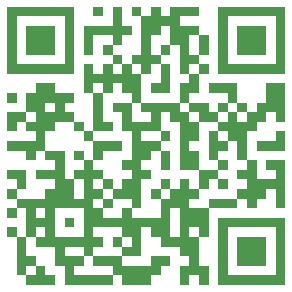
<source format=gbo>
G04 #@! TF.GenerationSoftware,KiCad,Pcbnew,9.0.2*
G04 #@! TF.CreationDate,2025-05-20T16:04:07-06:00*
G04 #@! TF.ProjectId,test_kicad,74657374-5f6b-4696-9361-642e6b696361,rev?*
G04 #@! TF.SameCoordinates,Original*
G04 #@! TF.FileFunction,Legend,Bot*
G04 #@! TF.FilePolarity,Positive*
%FSLAX46Y46*%
G04 Gerber Fmt 4.6, Leading zero omitted, Abs format (unit mm)*
G04 Created by KiCad (PCBNEW 9.0.2) date 2025-05-20 16:04:07*
%MOMM*%
%LPD*%
G01*
G04 APERTURE LIST*
%ADD10C,0.000000*%
%ADD11C,1.800000*%
%ADD12R,1.800000X1.800000*%
%ADD13C,2.000000*%
%ADD14C,1.600000*%
G04 APERTURE END LIST*
D10*
G04 #@! TO.C,G\u002A\u002A\u002A*
G36*
X120726200Y-73609200D02*
G01*
X120726200Y-74015600D01*
X120319800Y-74015600D01*
X119913400Y-74015600D01*
X119913400Y-75234800D01*
X119913400Y-76454000D01*
X120319800Y-76454000D01*
X120726200Y-76454000D01*
X120726200Y-77266800D01*
X120726200Y-78079600D01*
X120319800Y-78079600D01*
X119913400Y-78079600D01*
X119913400Y-77673200D01*
X119913400Y-77266800D01*
X119507000Y-77266800D01*
X119100600Y-77266800D01*
X119100600Y-77673200D01*
X119100600Y-78079600D01*
X118694200Y-78079600D01*
X118287800Y-78079600D01*
X118287800Y-77266800D01*
X118287800Y-76454000D01*
X118694200Y-76454000D01*
X119100600Y-76454000D01*
X119100600Y-76047600D01*
X119100600Y-75641200D01*
X118694200Y-75641200D01*
X118287800Y-75641200D01*
X118287800Y-75234800D01*
X118287800Y-74828400D01*
X117475000Y-74828400D01*
X116662200Y-74828400D01*
X116662200Y-74422000D01*
X116662200Y-74015600D01*
X117475000Y-74015600D01*
X117881400Y-74015600D01*
X118287800Y-74015600D01*
X118287800Y-73202800D01*
X119100600Y-73202800D01*
X119100600Y-73609200D01*
X119100600Y-74015600D01*
X119507000Y-74015600D01*
X119913400Y-74015600D01*
X119913400Y-73609200D01*
X119913400Y-73202800D01*
X119507000Y-73202800D01*
X119100600Y-73202800D01*
X118287800Y-73202800D01*
X118287800Y-72796400D01*
X118287800Y-71577200D01*
X117881400Y-71577200D01*
X117475000Y-71577200D01*
X117475000Y-72796400D01*
X117475000Y-74015600D01*
X116662200Y-74015600D01*
X116255800Y-74015600D01*
X115849400Y-74015600D01*
X115849400Y-73609200D01*
X115849400Y-73202800D01*
X115443000Y-73202800D01*
X115036600Y-73202800D01*
X115036600Y-74422000D01*
X115036600Y-75641200D01*
X114223800Y-75641200D01*
X113411000Y-75641200D01*
X113411000Y-75234800D01*
X113411000Y-74828400D01*
X113817400Y-74828400D01*
X114223800Y-74828400D01*
X114223800Y-74422000D01*
X114223800Y-74015600D01*
X113817400Y-74015600D01*
X113411000Y-74015600D01*
X113411000Y-73609200D01*
X113411000Y-73202800D01*
X112191800Y-73202800D01*
X110972600Y-73202800D01*
X110972600Y-73609200D01*
X110972600Y-74015600D01*
X111379000Y-74015600D01*
X111785400Y-74015600D01*
X111785400Y-74422000D01*
X111785400Y-74828400D01*
X111379000Y-74828400D01*
X110972600Y-74828400D01*
X110972600Y-75234800D01*
X110972600Y-75641200D01*
X110566200Y-75641200D01*
X110159800Y-75641200D01*
X110159800Y-75234800D01*
X110159800Y-74828400D01*
X109347000Y-74828400D01*
X108534200Y-74828400D01*
X108534200Y-75234800D01*
X108534200Y-75641200D01*
X109347000Y-75641200D01*
X110159800Y-75641200D01*
X110159800Y-76047600D01*
X110159800Y-76454000D01*
X109753400Y-76454000D01*
X109347000Y-76454000D01*
X109347000Y-76860400D01*
X109347000Y-77266800D01*
X110972600Y-77266800D01*
X112598200Y-77266800D01*
X112598200Y-76860400D01*
X112598200Y-76454000D01*
X111785400Y-76454000D01*
X110972600Y-76454000D01*
X110972600Y-76047600D01*
X110972600Y-75641200D01*
X112191800Y-75641200D01*
X113411000Y-75641200D01*
X113411000Y-76047600D01*
X113411000Y-76454000D01*
X114630200Y-76454000D01*
X115849400Y-76454000D01*
X115849400Y-76047600D01*
X115849400Y-75641200D01*
X116662200Y-75641200D01*
X117475000Y-75641200D01*
X117475000Y-76047600D01*
X117475000Y-76454000D01*
X117068600Y-76454000D01*
X116662200Y-76454000D01*
X116662200Y-76860400D01*
X116662200Y-77266800D01*
X116255800Y-77266800D01*
X115849400Y-77266800D01*
X115849400Y-77673200D01*
X115849400Y-78079600D01*
X114630200Y-78079600D01*
X113411000Y-78079600D01*
X113411000Y-77673200D01*
X113411000Y-77266800D01*
X113004600Y-77266800D01*
X112598200Y-77266800D01*
X112598200Y-77673200D01*
X112598200Y-78079600D01*
X110566200Y-78079600D01*
X108534200Y-78079600D01*
X108534200Y-77266800D01*
X108534200Y-76454000D01*
X108127800Y-76454000D01*
X107721400Y-76454000D01*
X107721400Y-75641200D01*
X107721400Y-74828400D01*
X106908600Y-74828400D01*
X106095800Y-74828400D01*
X106095800Y-74422000D01*
X106095800Y-74015600D01*
X105689400Y-74015600D01*
X105283000Y-74015600D01*
X105283000Y-74828400D01*
X105283000Y-75641200D01*
X105689400Y-75641200D01*
X106095800Y-75641200D01*
X106095800Y-76047600D01*
X106095800Y-76454000D01*
X105689400Y-76454000D01*
X105283000Y-76454000D01*
X105283000Y-76860400D01*
X105283000Y-77266800D01*
X105689400Y-77266800D01*
X106095800Y-77266800D01*
X106095800Y-76860400D01*
X106095800Y-76454000D01*
X106502200Y-76454000D01*
X106908600Y-76454000D01*
X106908600Y-76860400D01*
X106908600Y-77266800D01*
X107315000Y-77266800D01*
X107721400Y-77266800D01*
X107721400Y-77673200D01*
X107721400Y-78079600D01*
X106502200Y-78079600D01*
X105283000Y-78079600D01*
X105283000Y-77673200D01*
X105283000Y-77266800D01*
X104876600Y-77266800D01*
X104470200Y-77266800D01*
X104470200Y-75641200D01*
X104470200Y-74015600D01*
X104063800Y-74015600D01*
X103657400Y-74015600D01*
X103657400Y-73609200D01*
X103657400Y-73202800D01*
X104063800Y-73202800D01*
X104470200Y-73202800D01*
X104470200Y-73609200D01*
X104470200Y-74015600D01*
X104876600Y-74015600D01*
X105283000Y-74015600D01*
X105283000Y-73202800D01*
X106095800Y-73202800D01*
X106095800Y-73609200D01*
X106095800Y-74015600D01*
X106502200Y-74015600D01*
X106908600Y-74015600D01*
X106908600Y-73609200D01*
X106908600Y-73202800D01*
X106502200Y-73202800D01*
X106095800Y-73202800D01*
X105283000Y-73202800D01*
X105283000Y-72796400D01*
X107721400Y-72796400D01*
X107721400Y-73609200D01*
X107721400Y-74015600D01*
X108940600Y-74015600D01*
X110159800Y-74015600D01*
X110159800Y-72796400D01*
X110159800Y-71577200D01*
X108940600Y-71577200D01*
X107721400Y-71577200D01*
X107721400Y-71983600D01*
X107721400Y-72796400D01*
X105283000Y-72796400D01*
X105283000Y-71577200D01*
X106095800Y-71577200D01*
X106095800Y-71983600D01*
X106095800Y-72390000D01*
X106502200Y-72390000D01*
X106908600Y-72390000D01*
X106908600Y-71983600D01*
X106908600Y-71577200D01*
X106502200Y-71577200D01*
X106095800Y-71577200D01*
X105283000Y-71577200D01*
X104876600Y-71577200D01*
X104470200Y-71577200D01*
X104470200Y-71170800D01*
X104470200Y-70764400D01*
X104063800Y-70764400D01*
X103657400Y-70764400D01*
X103657400Y-70358000D01*
X103657400Y-69951600D01*
X104063800Y-69951600D01*
X104470200Y-69951600D01*
X104470200Y-70358000D01*
X104470200Y-70764400D01*
X105689400Y-70764400D01*
X106908600Y-70764400D01*
X106908600Y-70358000D01*
X106908600Y-69951600D01*
X107315000Y-69951600D01*
X107721400Y-69951600D01*
X109347000Y-69951600D01*
X109347000Y-70764400D01*
X109753400Y-70764400D01*
X110159800Y-70764400D01*
X110159800Y-69951600D01*
X110159800Y-69138800D01*
X109753400Y-69138800D01*
X109347000Y-69138800D01*
X109347000Y-69951600D01*
X107721400Y-69951600D01*
X107721400Y-69545200D01*
X107721400Y-69138800D01*
X106908600Y-69138800D01*
X106095800Y-69138800D01*
X106095800Y-68732400D01*
X106095800Y-68326000D01*
X106908600Y-68326000D01*
X107721400Y-68326000D01*
X107721400Y-67919600D01*
X107721400Y-67513200D01*
X107315000Y-67513200D01*
X106908600Y-67513200D01*
X106908600Y-67106800D01*
X106908600Y-66700400D01*
X107721400Y-66700400D01*
X108534200Y-66700400D01*
X108534200Y-67919600D01*
X108534200Y-69138800D01*
X108940600Y-69138800D01*
X109347000Y-69138800D01*
X109347000Y-68732400D01*
X109347000Y-68326000D01*
X109753400Y-68326000D01*
X110159800Y-68326000D01*
X110159800Y-67919600D01*
X110159800Y-67513200D01*
X110566200Y-67513200D01*
X110972600Y-67513200D01*
X110972600Y-67919600D01*
X110972600Y-68326000D01*
X111379000Y-68326000D01*
X111785400Y-68326000D01*
X111785400Y-68732400D01*
X111785400Y-69138800D01*
X111379000Y-69138800D01*
X110972600Y-69138800D01*
X110972600Y-69545200D01*
X110972600Y-69951600D01*
X111379000Y-69951600D01*
X111785400Y-69951600D01*
X111785400Y-70358000D01*
X111785400Y-70764400D01*
X111379000Y-70764400D01*
X110972600Y-70764400D01*
X110972600Y-71170800D01*
X110972600Y-71577200D01*
X111379000Y-71577200D01*
X111785400Y-71577200D01*
X111785400Y-71983600D01*
X111785400Y-72390000D01*
X112598200Y-72390000D01*
X113411000Y-72390000D01*
X113411000Y-71983600D01*
X113411000Y-71577200D01*
X113817400Y-71577200D01*
X114223800Y-71577200D01*
X114223800Y-71983600D01*
X114223800Y-72390000D01*
X115443000Y-72390000D01*
X116662200Y-72390000D01*
X116662200Y-71577200D01*
X116662200Y-70764400D01*
X117068600Y-70764400D01*
X117475000Y-70764400D01*
X117475000Y-70358000D01*
X117475000Y-69951600D01*
X117881400Y-69951600D01*
X118287800Y-69951600D01*
X118287800Y-69545200D01*
X118287800Y-69138800D01*
X118694200Y-69138800D01*
X119100600Y-69138800D01*
X119100600Y-69545200D01*
X119100600Y-69951600D01*
X119507000Y-69951600D01*
X119913400Y-69951600D01*
X119913400Y-70358000D01*
X119913400Y-70764400D01*
X119507000Y-70764400D01*
X119100600Y-70764400D01*
X119100600Y-71170800D01*
X119100600Y-71577200D01*
X119913400Y-71577200D01*
X120726200Y-71577200D01*
X120726200Y-71170800D01*
X120726200Y-70764400D01*
X121945400Y-70764400D01*
X123164600Y-70764400D01*
X123164600Y-71170800D01*
X123164600Y-71577200D01*
X121945400Y-71577200D01*
X120726200Y-71577200D01*
X120726200Y-72796400D01*
X120726200Y-73609200D01*
G37*
G36*
X108534200Y-63449200D02*
G01*
X108940600Y-63449200D01*
X109347000Y-63449200D01*
X109347000Y-63855600D01*
X109347000Y-64262000D01*
X108534200Y-64262000D01*
X107721400Y-64262000D01*
X107721400Y-64668400D01*
X107721400Y-65074800D01*
X107315000Y-65074800D01*
X106908600Y-65074800D01*
X106908600Y-65887600D01*
X106908600Y-66700400D01*
X106502200Y-66700400D01*
X106095800Y-66700400D01*
X106095800Y-67106800D01*
X106095800Y-67513200D01*
X105689400Y-67513200D01*
X105283000Y-67513200D01*
X105283000Y-67106800D01*
X105283000Y-66700400D01*
X104470200Y-66700400D01*
X103657400Y-66700400D01*
X103657400Y-66294000D01*
X103657400Y-65887600D01*
X104876600Y-65887600D01*
X106095800Y-65887600D01*
X106095800Y-65481200D01*
X106095800Y-65074800D01*
X105689400Y-65074800D01*
X105283000Y-65074800D01*
X105283000Y-64668400D01*
X105283000Y-64262000D01*
X104876600Y-64262000D01*
X104470200Y-64262000D01*
X104470200Y-64668400D01*
X104470200Y-65074800D01*
X104063800Y-65074800D01*
X103657400Y-65074800D01*
X103657400Y-64262000D01*
X103657400Y-63449200D01*
X104470200Y-63449200D01*
X105283000Y-63449200D01*
X105283000Y-63855600D01*
X105283000Y-64262000D01*
X105689400Y-64262000D01*
X106095800Y-64262000D01*
X106095800Y-63855600D01*
X106095800Y-63449200D01*
X105689400Y-63449200D01*
X105283000Y-63449200D01*
X105283000Y-62636400D01*
X106908600Y-62636400D01*
X106908600Y-63042800D01*
X106908600Y-63449200D01*
X107315000Y-63449200D01*
X107721400Y-63449200D01*
X107721400Y-63042800D01*
X107721400Y-62636400D01*
X107315000Y-62636400D01*
X106908600Y-62636400D01*
X105283000Y-62636400D01*
X105283000Y-61823600D01*
X105689400Y-61823600D01*
X106095800Y-61823600D01*
X106095800Y-61417200D01*
X106095800Y-61010800D01*
X106908600Y-61010800D01*
X107721400Y-61010800D01*
X107721400Y-61417200D01*
X107721400Y-61823600D01*
X108534200Y-61823600D01*
X109347000Y-61823600D01*
X109347000Y-62230000D01*
X109347000Y-62636400D01*
X108940600Y-62636400D01*
X108534200Y-62636400D01*
X108534200Y-63042800D01*
X108534200Y-63449200D01*
G37*
G36*
X111379000Y-61823600D02*
G01*
X111785400Y-61823600D01*
X111785400Y-63042800D01*
X111785400Y-64262000D01*
X112191800Y-64262000D01*
X112598200Y-64262000D01*
X112598200Y-64668400D01*
X112598200Y-65074800D01*
X111785400Y-65074800D01*
X110972600Y-65074800D01*
X110972600Y-65481200D01*
X110972600Y-65887600D01*
X110566200Y-65887600D01*
X110159800Y-65887600D01*
X110159800Y-65481200D01*
X110159800Y-65074800D01*
X109753400Y-65074800D01*
X109347000Y-65074800D01*
X109347000Y-64668400D01*
X109347000Y-64262000D01*
X109753400Y-64262000D01*
X110159800Y-64262000D01*
X110159800Y-64668400D01*
X110159800Y-65074800D01*
X110566200Y-65074800D01*
X110972600Y-65074800D01*
X110972600Y-63449200D01*
X110972600Y-61823600D01*
X111379000Y-61823600D01*
G37*
G36*
X115036600Y-54914800D02*
G01*
X115036600Y-55321200D01*
X115443000Y-55321200D01*
X115849400Y-55321200D01*
X115849400Y-54914800D01*
X115849400Y-54508400D01*
X116255800Y-54508400D01*
X116662200Y-54508400D01*
X116662200Y-54914800D01*
X116662200Y-55321200D01*
X117068600Y-55321200D01*
X117475000Y-55321200D01*
X117475000Y-54914800D01*
X117475000Y-54508400D01*
X118694200Y-54508400D01*
X119913400Y-54508400D01*
X119913400Y-54914800D01*
X119913400Y-55321200D01*
X119100600Y-55321200D01*
X118287800Y-55321200D01*
X118287800Y-55727600D01*
X118287800Y-56134000D01*
X119100600Y-56134000D01*
X119913400Y-56134000D01*
X119913400Y-56540400D01*
X119913400Y-56946800D01*
X119507000Y-56946800D01*
X119100600Y-56946800D01*
X119100600Y-57759600D01*
X119100600Y-58572400D01*
X119507000Y-58572400D01*
X119913400Y-58572400D01*
X119913400Y-57759600D01*
X119913400Y-56946800D01*
X120319800Y-56946800D01*
X120726200Y-56946800D01*
X120726200Y-57759600D01*
X120726200Y-58572400D01*
X120319800Y-58572400D01*
X119913400Y-58572400D01*
X119913400Y-58978800D01*
X119913400Y-59385200D01*
X119507000Y-59385200D01*
X119100600Y-59385200D01*
X119100600Y-59791600D01*
X119100600Y-60198000D01*
X118694200Y-60198000D01*
X118287800Y-60198000D01*
X118287800Y-58978800D01*
X118287800Y-57759600D01*
X117881400Y-57759600D01*
X117475000Y-57759600D01*
X117475000Y-56946800D01*
X117475000Y-56134000D01*
X117068600Y-56134000D01*
X116662200Y-56134000D01*
X116662200Y-56540400D01*
X116662200Y-56946800D01*
X116255800Y-56946800D01*
X115849400Y-56946800D01*
X115849400Y-57759600D01*
X115849400Y-58572400D01*
X116255800Y-58572400D01*
X116662200Y-58572400D01*
X116662200Y-58978800D01*
X116662200Y-59385200D01*
X116255800Y-59385200D01*
X115849400Y-59385200D01*
X115849400Y-59791600D01*
X115849400Y-60198000D01*
X115443000Y-60198000D01*
X115036600Y-60198000D01*
X115036600Y-59791600D01*
X115036600Y-59385200D01*
X114630200Y-59385200D01*
X114223800Y-59385200D01*
X114223800Y-59791600D01*
X114223800Y-60198000D01*
X114630200Y-60198000D01*
X115036600Y-60198000D01*
X115036600Y-61417200D01*
X115036600Y-62636400D01*
X114630200Y-62636400D01*
X114223800Y-62636400D01*
X114223800Y-62230000D01*
X114223800Y-61823600D01*
X113817400Y-61823600D01*
X113411000Y-61823600D01*
X113411000Y-61417200D01*
X113411000Y-61010800D01*
X113004600Y-61010800D01*
X112598200Y-61010800D01*
X112598200Y-61417200D01*
X112598200Y-61823600D01*
X112191800Y-61823600D01*
X111785400Y-61823600D01*
X111785400Y-61417200D01*
X111785400Y-61010800D01*
X111379000Y-61010800D01*
X110972600Y-61010800D01*
X110972600Y-61417200D01*
X110972600Y-61823600D01*
X110566200Y-61823600D01*
X110159800Y-61823600D01*
X110159800Y-60604400D01*
X110159800Y-59385200D01*
X110566200Y-59385200D01*
X110972600Y-59385200D01*
X110972600Y-59791600D01*
X110972600Y-60198000D01*
X111379000Y-60198000D01*
X111785400Y-60198000D01*
X111785400Y-59791600D01*
X111785400Y-59385200D01*
X112191800Y-59385200D01*
X112598200Y-59385200D01*
X112598200Y-59791600D01*
X112598200Y-60198000D01*
X113004600Y-60198000D01*
X113411000Y-60198000D01*
X113411000Y-59791600D01*
X113411000Y-59385200D01*
X113004600Y-59385200D01*
X112598200Y-59385200D01*
X112598200Y-58978800D01*
X112598200Y-58572400D01*
X113004600Y-58572400D01*
X113411000Y-58572400D01*
X113411000Y-58978800D01*
X113411000Y-59385200D01*
X113817400Y-59385200D01*
X114223800Y-59385200D01*
X114223800Y-58978800D01*
X114223800Y-58572400D01*
X114630200Y-58572400D01*
X115036600Y-58572400D01*
X115036600Y-56946800D01*
X115036600Y-55321200D01*
X114630200Y-55321200D01*
X114223800Y-55321200D01*
X114223800Y-54914800D01*
X114223800Y-54508400D01*
X114630200Y-54508400D01*
X115036600Y-54508400D01*
X115036600Y-54914800D01*
G37*
G36*
X120319800Y-59385200D02*
G01*
X120726200Y-59385200D01*
X120726200Y-59791600D01*
X120726200Y-60198000D01*
X120319800Y-60198000D01*
X119913400Y-60198000D01*
X119913400Y-59791600D01*
X119913400Y-59385200D01*
X120319800Y-59385200D01*
G37*
G36*
X112598200Y-58166000D02*
G01*
X112598200Y-58572400D01*
X112191800Y-58572400D01*
X111785400Y-58572400D01*
X111785400Y-58166000D01*
X111785400Y-57759600D01*
X112191800Y-57759600D01*
X112598200Y-57759600D01*
X112598200Y-58166000D01*
G37*
G36*
X114223800Y-63449200D02*
G01*
X114223800Y-64262000D01*
X115036600Y-64262000D01*
X115849400Y-64262000D01*
X115849400Y-63855600D01*
X115849400Y-63449200D01*
X115443000Y-63449200D01*
X115036600Y-63449200D01*
X115036600Y-63042800D01*
X115036600Y-62636400D01*
X116662200Y-62636400D01*
X118287800Y-62636400D01*
X118287800Y-63042800D01*
X118287800Y-63449200D01*
X118694200Y-63449200D01*
X119100600Y-63449200D01*
X119100600Y-63855600D01*
X119100600Y-64262000D01*
X119507000Y-64262000D01*
X119913400Y-64262000D01*
X119913400Y-65074800D01*
X119913400Y-65887600D01*
X119507000Y-65887600D01*
X119100600Y-65887600D01*
X119100600Y-66294000D01*
X119100600Y-66700400D01*
X119507000Y-66700400D01*
X119913400Y-66700400D01*
X119913400Y-67513200D01*
X119913400Y-68326000D01*
X120726200Y-68326000D01*
X121539000Y-68326000D01*
X121539000Y-67919600D01*
X121539000Y-67513200D01*
X121945400Y-67513200D01*
X122351800Y-67513200D01*
X122351800Y-67919600D01*
X122351800Y-68326000D01*
X121945400Y-68326000D01*
X121539000Y-68326000D01*
X121539000Y-68732400D01*
X121539000Y-69138800D01*
X121132600Y-69138800D01*
X120726200Y-69138800D01*
X120726200Y-69545200D01*
X120726200Y-69951600D01*
X120319800Y-69951600D01*
X119913400Y-69951600D01*
X119913400Y-69138800D01*
X119913400Y-68326000D01*
X119100600Y-68326000D01*
X118287800Y-68326000D01*
X118287800Y-66294000D01*
X118287800Y-64262000D01*
X117881400Y-64262000D01*
X117475000Y-64262000D01*
X117475000Y-63855600D01*
X117475000Y-63449200D01*
X117068600Y-63449200D01*
X116662200Y-63449200D01*
X116662200Y-64262000D01*
X116662200Y-65074800D01*
X115849400Y-65074800D01*
X115036600Y-65074800D01*
X115036600Y-65481200D01*
X115036600Y-65887600D01*
X115849400Y-65887600D01*
X116662200Y-65887600D01*
X116662200Y-65481200D01*
X116662200Y-65074800D01*
X117068600Y-65074800D01*
X117475000Y-65074800D01*
X117475000Y-65481200D01*
X117475000Y-65887600D01*
X117068600Y-65887600D01*
X116662200Y-65887600D01*
X116662200Y-66294000D01*
X116662200Y-66700400D01*
X116255800Y-66700400D01*
X115849400Y-66700400D01*
X115849400Y-67106800D01*
X115849400Y-67513200D01*
X115443000Y-67513200D01*
X115036600Y-67513200D01*
X115036600Y-67919600D01*
X115036600Y-68326000D01*
X115443000Y-68326000D01*
X115849400Y-68326000D01*
X115849400Y-68732400D01*
X115849400Y-69138800D01*
X115443000Y-69138800D01*
X115036600Y-69138800D01*
X115036600Y-70358000D01*
X115036600Y-71577200D01*
X114630200Y-71577200D01*
X114223800Y-71577200D01*
X114223800Y-71170800D01*
X114223800Y-70764400D01*
X113411000Y-70764400D01*
X112598200Y-70764400D01*
X112598200Y-70358000D01*
X112598200Y-69951600D01*
X112191800Y-69951600D01*
X111785400Y-69951600D01*
X111785400Y-69545200D01*
X111785400Y-69138800D01*
X112191800Y-69138800D01*
X112598200Y-69138800D01*
X112598200Y-69545200D01*
X112598200Y-69951600D01*
X113004600Y-69951600D01*
X113411000Y-69951600D01*
X113411000Y-69545200D01*
X113411000Y-69138800D01*
X113817400Y-69138800D01*
X114223800Y-69138800D01*
X114223800Y-68732400D01*
X114223800Y-68326000D01*
X113817400Y-68326000D01*
X113411000Y-68326000D01*
X113411000Y-67919600D01*
X113411000Y-67513200D01*
X113817400Y-67513200D01*
X114223800Y-67513200D01*
X114223800Y-66294000D01*
X114223800Y-65074800D01*
X113817400Y-65074800D01*
X113411000Y-65074800D01*
X113411000Y-64262000D01*
X113411000Y-63449200D01*
X113004600Y-63449200D01*
X112598200Y-63449200D01*
X112598200Y-63042800D01*
X112598200Y-62636400D01*
X113411000Y-62636400D01*
X114223800Y-62636400D01*
X114223800Y-63449200D01*
G37*
G36*
X121945400Y-69138800D02*
G01*
X122351800Y-69138800D01*
X122351800Y-69545200D01*
X122351800Y-69951600D01*
X121945400Y-69951600D01*
X121539000Y-69951600D01*
X121539000Y-69545200D01*
X121539000Y-69138800D01*
X121945400Y-69138800D01*
G37*
G36*
X117068600Y-66700400D02*
G01*
X117475000Y-66700400D01*
X117475000Y-67513200D01*
X117475000Y-68326000D01*
X117068600Y-68326000D01*
X116662200Y-68326000D01*
X116662200Y-67513200D01*
X116662200Y-66700400D01*
X117068600Y-66700400D01*
G37*
G36*
X121539000Y-65481200D02*
G01*
X121539000Y-65887600D01*
X121945400Y-65887600D01*
X122351800Y-65887600D01*
X122351800Y-66294000D01*
X122351800Y-66700400D01*
X121945400Y-66700400D01*
X121539000Y-66700400D01*
X121539000Y-67106800D01*
X121539000Y-67513200D01*
X121132600Y-67513200D01*
X120726200Y-67513200D01*
X120726200Y-66294000D01*
X120726200Y-65074800D01*
X121132600Y-65074800D01*
X121539000Y-65074800D01*
X121539000Y-65481200D01*
G37*
G36*
X124383800Y-67513200D02*
G01*
X124790200Y-67513200D01*
X124790200Y-68326000D01*
X124790200Y-69138800D01*
X125603000Y-69138800D01*
X126415800Y-69138800D01*
X126415800Y-68732400D01*
X126415800Y-68326000D01*
X126009400Y-68326000D01*
X125603000Y-68326000D01*
X125603000Y-67919600D01*
X125603000Y-67513200D01*
X126415800Y-67513200D01*
X127228600Y-67513200D01*
X127228600Y-69545200D01*
X127228600Y-71577200D01*
X126822200Y-71577200D01*
X126415800Y-71577200D01*
X126415800Y-70764400D01*
X126415800Y-69951600D01*
X126009400Y-69951600D01*
X125603000Y-69951600D01*
X125603000Y-70358000D01*
X125603000Y-70764400D01*
X125196600Y-70764400D01*
X124790200Y-70764400D01*
X124790200Y-71170800D01*
X124790200Y-71577200D01*
X124383800Y-71577200D01*
X123977400Y-71577200D01*
X123977400Y-71170800D01*
X123977400Y-70764400D01*
X123571000Y-70764400D01*
X123164600Y-70764400D01*
X123164600Y-70358000D01*
X123164600Y-69951600D01*
X123571000Y-69951600D01*
X123977400Y-69951600D01*
X123977400Y-69545200D01*
X123977400Y-69138800D01*
X123571000Y-69138800D01*
X123164600Y-69138800D01*
X123164600Y-68732400D01*
X123164600Y-68326000D01*
X123571000Y-68326000D01*
X123977400Y-68326000D01*
X123977400Y-67919600D01*
X123977400Y-67513200D01*
X124383800Y-67513200D01*
G37*
G36*
X127228600Y-62636400D02*
G01*
X127228600Y-64262000D01*
X126822200Y-64262000D01*
X126415800Y-64262000D01*
X126415800Y-63855600D01*
X126415800Y-63449200D01*
X126009400Y-63449200D01*
X125603000Y-63449200D01*
X125603000Y-63855600D01*
X125603000Y-64262000D01*
X125196600Y-64262000D01*
X124790200Y-64262000D01*
X124790200Y-64668400D01*
X124790200Y-65074800D01*
X124383800Y-65074800D01*
X123977400Y-65074800D01*
X123977400Y-66294000D01*
X123977400Y-67513200D01*
X123571000Y-67513200D01*
X123164600Y-67513200D01*
X123164600Y-66700400D01*
X123164600Y-65887600D01*
X122758200Y-65887600D01*
X122351800Y-65887600D01*
X122351800Y-65481200D01*
X122351800Y-65074800D01*
X121945400Y-65074800D01*
X121539000Y-65074800D01*
X121539000Y-64668400D01*
X121539000Y-64262000D01*
X121945400Y-64262000D01*
X122351800Y-64262000D01*
X122351800Y-63855600D01*
X123164600Y-63855600D01*
X123164600Y-64262000D01*
X123571000Y-64262000D01*
X123977400Y-64262000D01*
X123977400Y-63855600D01*
X123977400Y-63449200D01*
X123571000Y-63449200D01*
X123164600Y-63449200D01*
X123164600Y-63855600D01*
X122351800Y-63855600D01*
X122351800Y-63449200D01*
X122758200Y-63449200D01*
X123164600Y-63449200D01*
X123164600Y-63042800D01*
X123164600Y-62636400D01*
X123571000Y-62636400D01*
X123977400Y-62636400D01*
X123977400Y-63042800D01*
X123977400Y-63449200D01*
X124383800Y-63449200D01*
X124790200Y-63449200D01*
X124790200Y-63042800D01*
X124790200Y-62636400D01*
X125196600Y-62636400D01*
X125603000Y-62636400D01*
X125603000Y-61823600D01*
X125603000Y-61010800D01*
X126415800Y-61010800D01*
X127228600Y-61010800D01*
X127228600Y-62636400D01*
G37*
G36*
X119913400Y-62636400D02*
G01*
X120726200Y-62636400D01*
X120726200Y-63042800D01*
X120726200Y-63449200D01*
X121132600Y-63449200D01*
X121539000Y-63449200D01*
X121539000Y-63042800D01*
X121539000Y-62636400D01*
X121945400Y-62636400D01*
X122351800Y-62636400D01*
X122351800Y-63042800D01*
X122351800Y-63449200D01*
X121945400Y-63449200D01*
X121539000Y-63449200D01*
X121539000Y-63855600D01*
X121539000Y-64262000D01*
X120726200Y-64262000D01*
X119913400Y-64262000D01*
X119913400Y-63855600D01*
X119913400Y-63449200D01*
X119507000Y-63449200D01*
X119100600Y-63449200D01*
X119100600Y-63042800D01*
X119100600Y-62636400D01*
X119913400Y-62636400D01*
G37*
G36*
X123164600Y-61823600D02*
G01*
X123164600Y-62636400D01*
X122758200Y-62636400D01*
X122351800Y-62636400D01*
X122351800Y-62230000D01*
X122351800Y-61823600D01*
X121539000Y-61823600D01*
X120726200Y-61823600D01*
X120726200Y-61417200D01*
X120726200Y-61010800D01*
X121945400Y-61010800D01*
X123164600Y-61010800D01*
X123164600Y-61823600D01*
G37*
G36*
X119913400Y-61010800D02*
G01*
X119913400Y-61823600D01*
X119507000Y-61823600D01*
X119100600Y-61823600D01*
X119100600Y-62230000D01*
X119100600Y-62636400D01*
X118694200Y-62636400D01*
X118287800Y-62636400D01*
X118287800Y-61823600D01*
X118287800Y-61010800D01*
X118694200Y-61010800D01*
X119100600Y-61010800D01*
X119100600Y-60604400D01*
X119100600Y-60198000D01*
X119507000Y-60198000D01*
X119913400Y-60198000D01*
X119913400Y-61010800D01*
G37*
G36*
X113411000Y-55321200D02*
G01*
X113411000Y-56134000D01*
X113817400Y-56134000D01*
X114223800Y-56134000D01*
X114223800Y-56540400D01*
X114223800Y-56946800D01*
X113817400Y-56946800D01*
X113411000Y-56946800D01*
X113411000Y-57353200D01*
X113411000Y-57759600D01*
X113004600Y-57759600D01*
X112598200Y-57759600D01*
X112598200Y-57353200D01*
X112598200Y-56946800D01*
X111785400Y-56946800D01*
X110972600Y-56946800D01*
X110972600Y-57759600D01*
X110972600Y-58572400D01*
X110566200Y-58572400D01*
X110159800Y-58572400D01*
X110159800Y-57353200D01*
X110159800Y-56134000D01*
X111379000Y-56134000D01*
X112598200Y-56134000D01*
X112598200Y-55321200D01*
X112598200Y-54508400D01*
X113004600Y-54508400D01*
X113411000Y-54508400D01*
X113411000Y-55321200D01*
G37*
G36*
X127228600Y-78079600D02*
G01*
X124383800Y-78079600D01*
X121539000Y-78079600D01*
X121539000Y-75234800D01*
X121539000Y-73202800D01*
X122351800Y-73202800D01*
X122351800Y-75234800D01*
X122351800Y-77266800D01*
X124383800Y-77266800D01*
X126415800Y-77266800D01*
X126415800Y-75234800D01*
X126415800Y-73202800D01*
X124383800Y-73202800D01*
X122351800Y-73202800D01*
X121539000Y-73202800D01*
X121539000Y-72390000D01*
X124383800Y-72390000D01*
X127228600Y-72390000D01*
X127228600Y-75234800D01*
X127228600Y-78079600D01*
G37*
G36*
X127228600Y-60198000D02*
G01*
X124383800Y-60198000D01*
X121539000Y-60198000D01*
X121539000Y-57353200D01*
X121539000Y-55321200D01*
X122351800Y-55321200D01*
X122351800Y-57353200D01*
X122351800Y-59385200D01*
X124383800Y-59385200D01*
X126415800Y-59385200D01*
X126415800Y-57353200D01*
X126415800Y-55321200D01*
X124383800Y-55321200D01*
X122351800Y-55321200D01*
X121539000Y-55321200D01*
X121539000Y-54508400D01*
X124383800Y-54508400D01*
X127228600Y-54508400D01*
X127228600Y-57353200D01*
X127228600Y-60198000D01*
G37*
G36*
X109347000Y-60198000D02*
G01*
X106502200Y-60198000D01*
X103657400Y-60198000D01*
X103657400Y-57353200D01*
X103657400Y-55321200D01*
X104470200Y-55321200D01*
X104470200Y-57353200D01*
X104470200Y-59385200D01*
X106502200Y-59385200D01*
X108534200Y-59385200D01*
X108534200Y-57353200D01*
X108534200Y-55321200D01*
X106502200Y-55321200D01*
X104470200Y-55321200D01*
X103657400Y-55321200D01*
X103657400Y-54508400D01*
X106502200Y-54508400D01*
X109347000Y-54508400D01*
X109347000Y-57353200D01*
X109347000Y-60198000D01*
G37*
G36*
X127228600Y-65887600D02*
G01*
X127228600Y-66700400D01*
X126009400Y-66700400D01*
X124790200Y-66700400D01*
X124790200Y-66294000D01*
X124790200Y-65887600D01*
X125603000Y-65887600D01*
X126415800Y-65887600D01*
X126415800Y-65481200D01*
X126415800Y-65074800D01*
X126822200Y-65074800D01*
X127228600Y-65074800D01*
X127228600Y-65887600D01*
G37*
G36*
X117475000Y-60604400D02*
G01*
X117475000Y-61823600D01*
X116662200Y-61823600D01*
X115849400Y-61823600D01*
X115849400Y-61417200D01*
X115849400Y-61010800D01*
X116255800Y-61010800D01*
X116662200Y-61010800D01*
X116662200Y-60198000D01*
X116662200Y-59385200D01*
X117068600Y-59385200D01*
X117475000Y-59385200D01*
X117475000Y-60604400D01*
G37*
G36*
X113411000Y-66294000D02*
G01*
X113411000Y-66700400D01*
X112598200Y-66700400D01*
X111785400Y-66700400D01*
X111785400Y-67106800D01*
X111785400Y-67513200D01*
X111379000Y-67513200D01*
X110972600Y-67513200D01*
X110972600Y-66700400D01*
X110972600Y-65887600D01*
X112191800Y-65887600D01*
X113411000Y-65887600D01*
X113411000Y-66294000D01*
G37*
G36*
X105283000Y-69138800D02*
G01*
X105283000Y-69951600D01*
X104876600Y-69951600D01*
X104470200Y-69951600D01*
X104470200Y-69545200D01*
X104470200Y-69138800D01*
X104063800Y-69138800D01*
X103657400Y-69138800D01*
X103657400Y-68732400D01*
X103657400Y-68326000D01*
X104470200Y-68326000D01*
X105283000Y-68326000D01*
X105283000Y-69138800D01*
G37*
G36*
X125603000Y-75234800D02*
G01*
X125603000Y-76454000D01*
X124383800Y-76454000D01*
X123164600Y-76454000D01*
X123164600Y-75234800D01*
X123164600Y-74015600D01*
X124383800Y-74015600D01*
X125603000Y-74015600D01*
X125603000Y-75234800D01*
G37*
G36*
X125603000Y-57353200D02*
G01*
X125603000Y-58572400D01*
X124383800Y-58572400D01*
X123164600Y-58572400D01*
X123164600Y-57353200D01*
X123164600Y-56134000D01*
X124383800Y-56134000D01*
X125603000Y-56134000D01*
X125603000Y-57353200D01*
G37*
G36*
X117475000Y-69545200D02*
G01*
X117475000Y-69951600D01*
X117068600Y-69951600D01*
X116662200Y-69951600D01*
X116662200Y-69545200D01*
X116662200Y-69138800D01*
X117068600Y-69138800D01*
X117475000Y-69138800D01*
X117475000Y-69545200D01*
G37*
G36*
X117475000Y-58166000D02*
G01*
X117475000Y-58572400D01*
X117068600Y-58572400D01*
X116662200Y-58572400D01*
X116662200Y-58166000D01*
X116662200Y-57759600D01*
X117068600Y-57759600D01*
X117475000Y-57759600D01*
X117475000Y-58166000D01*
G37*
G36*
X116662200Y-70358000D02*
G01*
X116662200Y-70764400D01*
X116255800Y-70764400D01*
X115849400Y-70764400D01*
X115849400Y-70358000D01*
X115849400Y-69951600D01*
X116255800Y-69951600D01*
X116662200Y-69951600D01*
X116662200Y-70358000D01*
G37*
G36*
X113411000Y-74422000D02*
G01*
X113411000Y-74828400D01*
X113004600Y-74828400D01*
X112598200Y-74828400D01*
X112598200Y-74422000D01*
X112598200Y-74015600D01*
X113004600Y-74015600D01*
X113411000Y-74015600D01*
X113411000Y-74422000D01*
G37*
G36*
X112598200Y-71170800D02*
G01*
X112598200Y-71577200D01*
X112191800Y-71577200D01*
X111785400Y-71577200D01*
X111785400Y-71170800D01*
X111785400Y-70764400D01*
X112191800Y-70764400D01*
X112598200Y-70764400D01*
X112598200Y-71170800D01*
G37*
G36*
X111785400Y-54914800D02*
G01*
X111785400Y-55321200D01*
X111379000Y-55321200D01*
X110972600Y-55321200D01*
X110972600Y-54914800D01*
X110972600Y-54508400D01*
X111379000Y-54508400D01*
X111785400Y-54508400D01*
X111785400Y-54914800D01*
G37*
G36*
X110159800Y-67106800D02*
G01*
X110159800Y-67513200D01*
X109753400Y-67513200D01*
X109347000Y-67513200D01*
X109347000Y-67106800D01*
X109347000Y-66700400D01*
X109753400Y-66700400D01*
X110159800Y-66700400D01*
X110159800Y-67106800D01*
G37*
G36*
X109347000Y-72796400D02*
G01*
X109347000Y-73202800D01*
X108940600Y-73202800D01*
X108534200Y-73202800D01*
X108534200Y-72796400D01*
X108534200Y-72390000D01*
X108940600Y-72390000D01*
X109347000Y-72390000D01*
X109347000Y-72796400D01*
G37*
G36*
X107721400Y-57353200D02*
G01*
X107721400Y-58572400D01*
X106502200Y-58572400D01*
X105283000Y-58572400D01*
X105283000Y-57353200D01*
X105283000Y-56134000D01*
X106502200Y-56134000D01*
X107721400Y-56134000D01*
X107721400Y-57353200D01*
G37*
G36*
X104470200Y-71983600D02*
G01*
X104470200Y-72390000D01*
X104063800Y-72390000D01*
X103657400Y-72390000D01*
X103657400Y-71983600D01*
X103657400Y-71577200D01*
X104063800Y-71577200D01*
X104470200Y-71577200D01*
X104470200Y-71983600D01*
G37*
G36*
X104470200Y-62230000D02*
G01*
X104470200Y-62636400D01*
X104063800Y-62636400D01*
X103657400Y-62636400D01*
X103657400Y-62230000D01*
X103657400Y-61823600D01*
X104063800Y-61823600D01*
X104470200Y-61823600D01*
X104470200Y-62230000D01*
G37*
G04 #@! TD*
%LPC*%
D11*
G04 #@! TO.C,D1*
X157800000Y-54800000D03*
D12*
X157800000Y-57340000D03*
G04 #@! TD*
D13*
G04 #@! TO.C,SW3*
X133000000Y-83500000D03*
X133000000Y-77000000D03*
X137500000Y-83500000D03*
X137500000Y-77000000D03*
G04 #@! TD*
D14*
G04 #@! TO.C,R3*
X149860000Y-81280000D03*
X142240000Y-81280000D03*
G04 #@! TD*
D13*
G04 #@! TO.C,SW2*
X133000000Y-72000000D03*
X133000000Y-65500000D03*
X137500000Y-72000000D03*
X137500000Y-65500000D03*
G04 #@! TD*
D14*
G04 #@! TO.C,R1*
X151000000Y-56000000D03*
X143380000Y-56000000D03*
G04 #@! TD*
D12*
G04 #@! TO.C,D2*
X158000000Y-69775000D03*
D11*
X158000000Y-67235000D03*
G04 #@! TD*
D14*
G04 #@! TO.C,R2*
X151000000Y-68500000D03*
X143380000Y-68500000D03*
G04 #@! TD*
D13*
G04 #@! TO.C,SW1*
X132750000Y-60250000D03*
X132750000Y-53750000D03*
X137250000Y-60250000D03*
X137250000Y-53750000D03*
G04 #@! TD*
D12*
G04 #@! TO.C,D3*
X158080000Y-81050000D03*
D11*
X158080000Y-78510000D03*
G04 #@! TD*
%LPD*%
M02*

</source>
